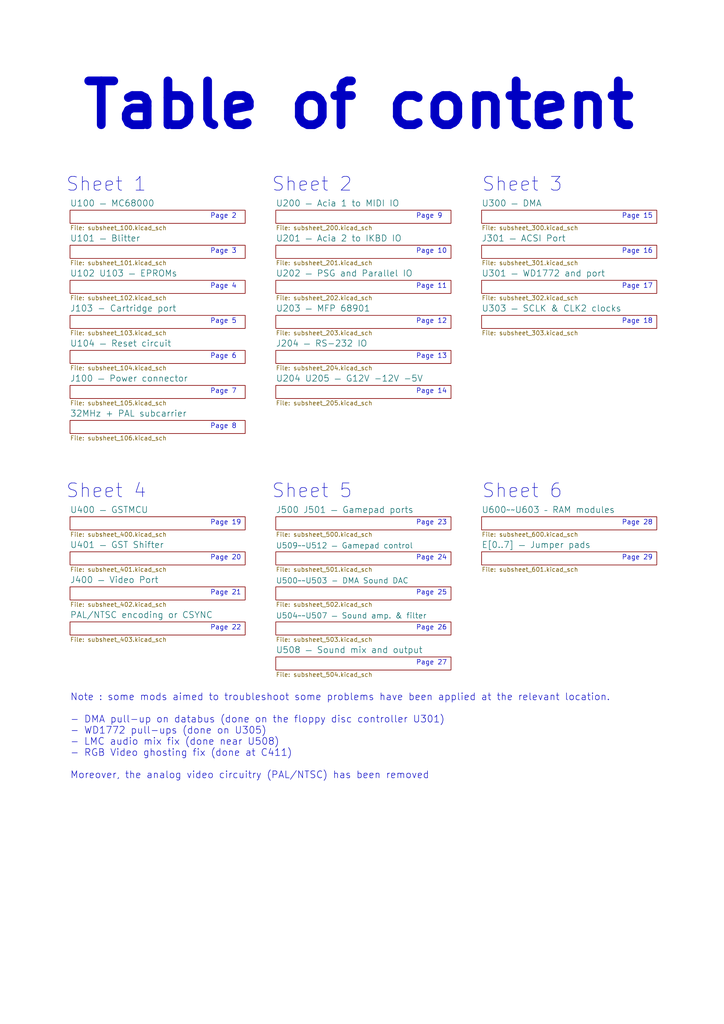
<source format=kicad_sch>
(kicad_sch (version 20211123) (generator eeschema)
  (paper "A4" portrait)
  (title_block (title "ReSTe mignon") (date "2022-07-13") (rev "mk0-0.1") (company "David SPORN") (comment 2 "original repository : https://github.com/sporniket/reste-mignon") (comment 4 "A remake of the Atari STe with some fixes applied and a target size of 25×18cm (B5)"))
  (lib_symbols)
  (text "Note : some mods aimed to troubleshoot some problems have been applied at the relevant location.\n\n- DMA pull-up on databus (done on the floppy disc controller U301)\n- WD1772 pull-ups (done on U305)\n- LMC audio mix fix (done near U508)\n- RGB Video ghosting fix (done at C411)\n\nMoreover, the analog video circuitry (PAL/NTSC) has been removed\n" (at 20.32 226.06 0) (effects (font (size 2.0066 2.0066)) (justify left bottom)))
  (text "Page 15" (at 180.34 63.5 0) (effects (font (size 1.397 1.397)) (justify left bottom)))
  (text "Page 14" (at 120.65 114.3 0) (effects (font (size 1.397 1.397)) (justify left bottom)))
  (text "Page 24" (at 120.65 162.56 0) (effects (font (size 1.397 1.397)) (justify left bottom)))
  (text "Page 25" (at 120.65 172.72 0) (effects (font (size 1.397 1.397)) (justify left bottom)))
  (text "Sheet 3" (at 139.7 55.88 0) (effects (font (size 3.9878 3.9878)) (justify left bottom)))
  (text "Page 10" (at 120.65 73.66 0) (effects (font (size 1.397 1.397)) (justify left bottom)))
  (text "Page 23" (at 120.65 152.4 0) (effects (font (size 1.397 1.397)) (justify left bottom)))
  (text "Page 9" (at 120.65 63.5 0) (effects (font (size 1.397 1.397)) (justify left bottom)))
  (text "Page 4" (at 60.96 83.82 0) (effects (font (size 1.397 1.397)) (justify left bottom)))
  (text "Page 13" (at 120.65 104.14 0) (effects (font (size 1.397 1.397)) (justify left bottom)))
  (text "Page 27" (at 120.65 193.04 0) (effects (font (size 1.397 1.397)) (justify left bottom)))
  (text "Page 20" (at 60.96 162.56 0) (effects (font (size 1.397 1.397)) (justify left bottom)))
  (text "Page 28" (at 180.34 152.4 0) (effects (font (size 1.397 1.397)) (justify left bottom)))
  (text "Page 6" (at 60.96 104.14 0) (effects (font (size 1.397 1.397)) (justify left bottom)))
  (text "Page 16" (at 180.34 73.66 0) (effects (font (size 1.397 1.397)) (justify left bottom)))
  (text "Page 2" (at 60.96 63.5 0) (effects (font (size 1.397 1.397)) (justify left bottom)))
  (text "Sheet 1" (at 19.05 55.88 0) (effects (font (size 3.9878 3.9878)) (justify left bottom)))
  (text "Sheet 4" (at 19.05 144.78 0) (effects (font (size 3.9878 3.9878)) (justify left bottom)))
  (text "Page 29" (at 180.34 162.56 0) (effects (font (size 1.397 1.397)) (justify left bottom)))
  (text "Page 11" (at 120.65 83.82 0) (effects (font (size 1.397 1.397)) (justify left bottom)))
  (text "Sheet 2" (at 78.74 55.88 0) (effects (font (size 3.9878 3.9878)) (justify left bottom)))
  (text "Page 26" (at 120.65 182.88 0) (effects (font (size 1.397 1.397)) (justify left bottom)))
  (text "Page 22" (at 60.96 182.88 0) (effects (font (size 1.397 1.397)) (justify left bottom)))
  (text "Page 17" (at 180.34 83.82 0) (effects (font (size 1.397 1.397)) (justify left bottom)))
  (text "Page 7" (at 60.96 114.3 0) (effects (font (size 1.397 1.397)) (justify left bottom)))
  (text "Sheet 5" (at 78.74 144.78 0) (effects (font (size 3.9878 3.9878)) (justify left bottom)))
  (text "Page 21" (at 60.96 172.72 0) (effects (font (size 1.397 1.397)) (justify left bottom)))
  (text "Page 12" (at 120.65 93.98 0) (effects (font (size 1.397 1.397)) (justify left bottom)))
  (text "Page 19" (at 60.96 152.4 0) (effects (font (size 1.397 1.397)) (justify left bottom)))
  (text "Page 18" (at 180.34 93.98 0) (effects (font (size 1.397 1.397)) (justify left bottom)))
  (text "Page 3" (at 60.96 73.66 0) (effects (font (size 1.397 1.397)) (justify left bottom)))
  (text "Table of content" (at 22.86 38.1 0) (effects (font (size 12.7 12.7) (thickness 2.54) bold) (justify left bottom)))
  (text "Sheet 6" (at 139.7 144.78 0) (effects (font (size 3.9878 3.9878)) (justify left bottom)))
  (text "Page 8" (at 60.96 124.46 0) (effects (font (size 1.397 1.397)) (justify left bottom)))
  (text "Page 5" (at 60.96 93.98 0) (effects (font (size 1.397 1.397)) (justify left bottom)))
  (sheet (at 20.32 71.12) (size 50.8 3.81)
    (property "Sheet name" "U101 — Blitter" (at 20.32 70.1417 0) (effects (font (size 1.8034 1.8034)) (justify left bottom)))
    (property "Sheet file" "subsheet_101.kicad_sch" (at 20.32 75.5146 0) (effects (justify left top)))
  )
  (sheet (at 20.32 81.28) (size 50.8 3.81)
    (property "Sheet name" "U102 U103 — EPROMs" (at 20.32 80.3017 0) (effects (font (size 1.8034 1.8034)) (justify left bottom)))
    (property "Sheet file" "subsheet_102.kicad_sch" (at 20.32 85.6746 0) (effects (justify left top)))
  )
  (sheet (at 20.32 91.44) (size 50.8 3.81)
    (property "Sheet name" "J103 - Cartridge port" (at 20.32 90.4617 0) (effects (font (size 1.8034 1.8034)) (justify left bottom)))
    (property "Sheet file" "subsheet_103.kicad_sch" (at 20.32 95.8346 0) (effects (justify left top)))
  )
  (sheet (at 20.32 101.6) (size 50.8 3.81)
    (property "Sheet name" "U104 — Reset circuit" (at 20.32 100.6217 0) (effects (font (size 1.8034 1.8034)) (justify left bottom)))
    (property "Sheet file" "subsheet_104.kicad_sch" (at 20.32 105.9946 0) (effects (justify left top)))
  )
  (sheet (at 20.32 111.76) (size 50.8 3.81)
    (property "Sheet name" "J100 — Power connector" (at 20.32 110.7817 0) (effects (font (size 1.8034 1.8034)) (justify left bottom)))
    (property "Sheet file" "subsheet_105.kicad_sch" (at 20.32 116.1546 0) (effects (justify left top)))
  )
  (sheet (at 20.32 121.92) (size 50.8 3.81)
    (property "Sheet name" "32MHz + PAL subcarrier" (at 20.32 120.9417 0) (effects (font (size 1.8034 1.8034)) (justify left bottom)))
    (property "Sheet file" "subsheet_106.kicad_sch" (at 20.32 126.3146 0) (effects (justify left top)))
  )
  (sheet (at 20.32 60.96) (size 50.8 3.81)
    (property "Sheet name" "U100 — MC68000" (at 20.32 59.9817 0) (effects (font (size 1.8034 1.8034)) (justify left bottom)))
    (property "Sheet file" "subsheet_100.kicad_sch" (at 20.32 65.3546 0) (effects (justify left top)))
  )
  (sheet (at 80.01 60.96) (size 50.8 3.81)
    (property "Sheet name" "U200 — Acia 1 to MIDI IO" (at 80.01 59.9817 0) (effects (font (size 1.8034 1.8034)) (justify left bottom)))
    (property "Sheet file" "subsheet_200.kicad_sch" (at 80.01 65.3546 0) (effects (justify left top)))
  )
  (sheet (at 80.01 71.12) (size 50.8 3.81)
    (property "Sheet name" "U201 — Acia 2 to IKBD IO" (at 80.01 70.1417 0) (effects (font (size 1.8034 1.8034)) (justify left bottom)))
    (property "Sheet file" "subsheet_201.kicad_sch" (at 80.01 75.5146 0) (effects (justify left top)))
  )
  (sheet (at 80.01 81.28) (size 50.8 3.81)
    (property "Sheet name" "U202 — PSG and Parallel IO" (at 80.01 80.3017 0) (effects (font (size 1.8034 1.8034)) (justify left bottom)))
    (property "Sheet file" "subsheet_202.kicad_sch" (at 80.01 85.6746 0) (effects (justify left top)))
  )
  (sheet (at 80.01 91.44) (size 50.8 3.81)
    (property "Sheet name" "U203 — MFP 68901" (at 80.01 90.4617 0) (effects (font (size 1.8034 1.8034)) (justify left bottom)))
    (property "Sheet file" "subsheet_203.kicad_sch" (at 80.01 95.8346 0) (effects (justify left top)))
  )
  (sheet (at 80.01 101.6) (size 50.8 3.81)
    (property "Sheet name" "J204 — RS-232 IO" (at 80.01 100.6217 0) (effects (font (size 1.8034 1.8034)) (justify left bottom)))
    (property "Sheet file" "subsheet_204.kicad_sch" (at 80.01 105.9946 0) (effects (justify left top)))
  )
  (sheet (at 80.01 111.76) (size 50.8 3.81)
    (property "Sheet name" "U204 U205 — G12V -12V -5V" (at 80.01 110.7817 0) (effects (font (size 1.8034 1.8034)) (justify left bottom)))
    (property "Sheet file" "subsheet_205.kicad_sch" (at 80.01 116.1546 0) (effects (justify left top)))
  )
  (sheet (at 139.7 60.96) (size 50.8 3.81)
    (property "Sheet name" "U300 — DMA" (at 139.7 59.9817 0) (effects (font (size 1.8034 1.8034)) (justify left bottom)))
    (property "Sheet file" "subsheet_300.kicad_sch" (at 139.7 65.3546 0) (effects (justify left top)))
  )
  (sheet (at 139.7 71.12) (size 50.8 3.81)
    (property "Sheet name" "J301 — ACSI Port" (at 139.7 70.1417 0) (effects (font (size 1.8034 1.8034)) (justify left bottom)))
    (property "Sheet file" "subsheet_301.kicad_sch" (at 139.7 75.5146 0) (effects (justify left top)))
  )
  (sheet (at 139.7 91.44) (size 50.8 3.81)
    (property "Sheet name" "U303 — SCLK & CLK2 clocks" (at 139.7 90.4617 0) (effects (font (size 1.8034 1.8034)) (justify left bottom)))
    (property "Sheet file" "subsheet_303.kicad_sch" (at 139.7 95.8346 0) (effects (justify left top)))
  )
  (sheet (at 20.32 149.86) (size 50.8 3.81)
    (property "Sheet name" "U400 — GSTMCU" (at 20.32 148.8817 0) (effects (font (size 1.8034 1.8034)) (justify left bottom)))
    (property "Sheet file" "subsheet_400.kicad_sch" (at 20.32 154.2546 0) (effects (justify left top)))
  )
  (sheet (at 20.32 160.02) (size 50.8 3.81)
    (property "Sheet name" "U401 — GST Shifter" (at 20.32 159.0417 0) (effects (font (size 1.8034 1.8034)) (justify left bottom)))
    (property "Sheet file" "subsheet_401.kicad_sch" (at 20.32 164.4146 0) (effects (justify left top)))
  )
  (sheet (at 139.7 81.28) (size 50.8 3.81)
    (property "Sheet name" "U301 — WD1772 and port" (at 139.7 80.3017 0) (effects (font (size 1.8034 1.8034)) (justify left bottom)))
    (property "Sheet file" "subsheet_302.kicad_sch" (at 139.7 85.6746 0) (effects (justify left top)))
  )
  (sheet (at 20.32 170.18) (size 50.8 3.81)
    (property "Sheet name" "J400 — Video Port" (at 20.32 169.2017 0) (effects (font (size 1.8034 1.8034)) (justify left bottom)))
    (property "Sheet file" "subsheet_402.kicad_sch" (at 20.32 174.5746 0) (effects (justify left top)))
  )
  (sheet (at 20.32 180.34) (size 50.8 3.81)
    (property "Sheet name" "PAL/NTSC encoding or CSYNC" (at 20.32 179.3617 0) (effects (font (size 1.8034 1.8034)) (justify left bottom)))
    (property "Sheet file" "subsheet_403.kicad_sch" (at 20.32 184.7346 0) (effects (justify left top)))
  )
  (sheet (at 80.01 149.86) (size 50.8 3.81)
    (property "Sheet name" "J500 J501 — Gamepad ports" (at 80.01 148.8817 0) (effects (font (size 1.8034 1.8034)) (justify left bottom)))
    (property "Sheet file" "subsheet_500.kicad_sch" (at 80.01 154.2546 0) (effects (justify left top)))
  )
  (sheet (at 80.01 160.02) (size 50.8 3.81)
    (property "Sheet name" "U509~~U512 — Gamepad control" (at 80.01 159.1433 0) (effects (font (size 1.6002 1.6002)) (justify left bottom)))
    (property "Sheet file" "subsheet_501.kicad_sch" (at 80.01 164.4146 0) (effects (justify left top)))
  )
  (sheet (at 80.01 170.18) (size 50.8 3.81)
    (property "Sheet name" "U500~~U503 - DMA Sound DAC" (at 80.01 169.3033 0) (effects (font (size 1.6002 1.6002)) (justify left bottom)))
    (property "Sheet file" "subsheet_502.kicad_sch" (at 80.01 174.5746 0) (effects (justify left top)))
  )
  (sheet (at 80.01 180.34) (size 50.8 3.81)
    (property "Sheet name" "U504~~U507 — Sound amp. & filter" (at 80.01 179.4633 0) (effects (font (size 1.6002 1.6002)) (justify left bottom)))
    (property "Sheet file" "subsheet_503.kicad_sch" (at 80.01 184.7346 0) (effects (justify left top)))
  )
  (sheet (at 80.01 190.5) (size 50.8 3.81)
    (property "Sheet name" "U508 — Sound mix and output" (at 80.01 189.5217 0) (effects (font (size 1.8034 1.8034)) (justify left bottom)))
    (property "Sheet file" "subsheet_504.kicad_sch" (at 80.01 194.8946 0) (effects (justify left top)))
  )
  (sheet (at 139.7 149.86) (size 50.8 3.81)
    (property "Sheet name" "U600~~U603 – RAM modules" (at 139.7 148.8817 0) (effects (font (size 1.8034 1.8034)) (justify left bottom)))
    (property "Sheet file" "subsheet_600.kicad_sch" (at 139.7 154.2546 0) (effects (justify left top)))
  )
  (sheet (at 139.7 160.02) (size 50.8 3.81)
    (property "Sheet name" "E[0..7] — Jumper pads" (at 139.7 159.0417 0) (effects (font (size 1.8034 1.8034)) (justify left bottom)))
    (property "Sheet file" "subsheet_601.kicad_sch" (at 139.7 164.4146 0) (effects (justify left top)))
  )
)
</source>
